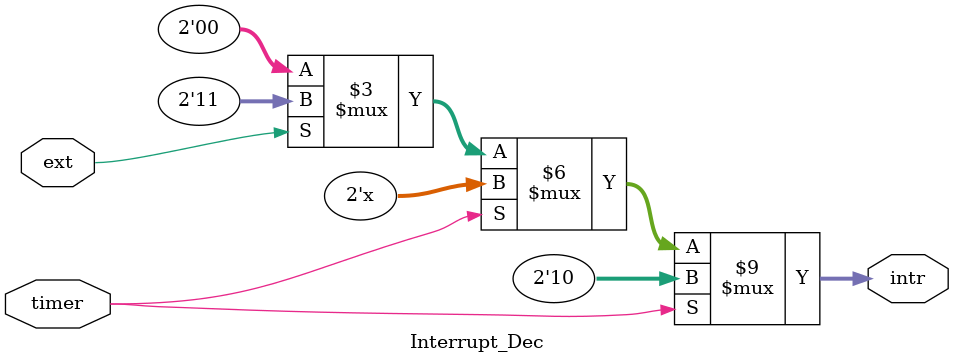
<source format=sv>
module Interrupt_Dec (input logic timer, ext, output logic [1:0] intr);

always_comb
begin
    if (timer)
    begin
        intr = 2'b10;
    end
    
    else if (ext)
    begin
        intr = 2'b11;
    end

    else 
    begin
        intr = 2'b00;
    end
end

endmodule 
</source>
